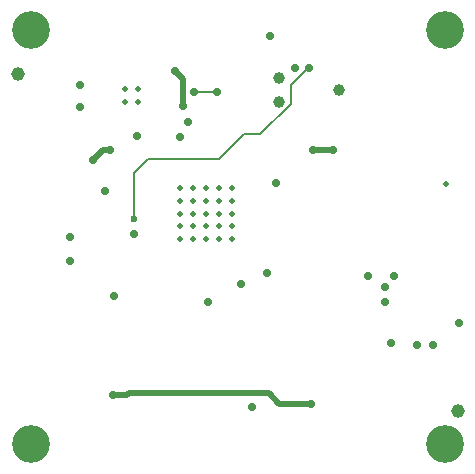
<source format=gbr>
%TF.GenerationSoftware,Altium Limited,Altium Designer,25.0.2 (28)*%
G04 Layer_Physical_Order=4*
G04 Layer_Color=16711680*
%FSLAX45Y45*%
%MOMM*%
%TF.SameCoordinates,C223F9BF-7E24-4A28-B258-71FBB46568CF*%
%TF.FilePolarity,Positive*%
%TF.FileFunction,Copper,L4,Bot,Signal*%
%TF.Part,Single*%
G01*
G75*
%TA.AperFunction,Conductor*%
%ADD11C,0.50000*%
%ADD13C,0.20000*%
%TA.AperFunction,ViaPad*%
%ADD49C,1.15200*%
%ADD50C,3.20000*%
%TA.AperFunction,ComponentPad*%
%ADD51C,0.99100*%
%TA.AperFunction,ViaPad*%
%ADD52C,0.70000*%
%ADD53C,0.50000*%
%ADD54C,0.71120*%
%ADD55C,0.60000*%
D11*
X10220000Y8654588D02*
X10290000Y8584588D01*
X10220000Y8654588D02*
Y8660000D01*
X10290000Y8360000D02*
Y8584588D01*
X11390000Y7990000D02*
X11560000D01*
X9520000Y7900000D02*
X9606173Y7986173D01*
X9666173D01*
X9670000Y7990000D01*
X9810000Y5910000D02*
X9830000Y5930000D01*
X9690000Y5910000D02*
X9810000D01*
X9830000Y5930000D02*
X11010000D01*
X11100000Y5840000D01*
X11370000D01*
D13*
X10935701Y8120000D02*
X11197000Y8381299D01*
Y8534976D01*
X11342024Y8680000D01*
X10800000Y8120000D02*
X10935701D01*
X11342024Y8680000D02*
X11350000D01*
X10590000Y7910000D02*
X10800000Y8120000D01*
X9990000Y7910000D02*
X10590000D01*
X9875000Y7795000D02*
X9990000Y7910000D01*
X9875000Y7400000D02*
Y7795000D01*
X10375000Y8475000D02*
X10575000D01*
D49*
X12610000Y5780000D02*
D03*
X8890000Y8630000D02*
D03*
D50*
X9000000Y9000000D02*
D03*
Y5500000D02*
D03*
X12500000Y9000000D02*
D03*
Y5500000D02*
D03*
D51*
X11608000Y8498400D02*
D03*
X11100000Y8600000D02*
D03*
Y8396800D02*
D03*
D52*
X10220000Y8660000D02*
D03*
X11560000Y7990000D02*
D03*
X11390000D02*
D03*
X11350000Y8680000D02*
D03*
X11230000D02*
D03*
X11020000Y8950000D02*
D03*
X9670000Y7990000D02*
D03*
X9520000Y7900000D02*
D03*
X11370000Y5840000D02*
D03*
X10870000Y5810000D02*
D03*
X12620000Y6520000D02*
D03*
X12400000Y6340000D02*
D03*
X12270000D02*
D03*
X12050000Y6350000D02*
D03*
X12000000Y6700000D02*
D03*
Y6825000D02*
D03*
X12075000Y6925000D02*
D03*
X11850000D02*
D03*
X9875000Y7275000D02*
D03*
X9625000Y7640000D02*
D03*
X9325000Y7250000D02*
D03*
Y7050000D02*
D03*
X9700000Y6750000D02*
D03*
X11000000Y6950000D02*
D03*
X10775000Y6850000D02*
D03*
X10500000Y6700000D02*
D03*
X11075000Y7712000D02*
D03*
X10325000Y8225000D02*
D03*
X10290000Y8360000D02*
D03*
X10260000Y8100000D02*
D03*
X9900000Y8110000D02*
D03*
X9410000Y8349000D02*
D03*
Y8537000D02*
D03*
X10575000Y8475000D02*
D03*
X10375000D02*
D03*
D53*
X12510000Y7700000D02*
D03*
X10697501Y7230000D02*
D03*
X10587501D02*
D03*
X10477501D02*
D03*
X10367501D02*
D03*
X10257501D02*
D03*
X10697501Y7340000D02*
D03*
X10587501D02*
D03*
X10477501D02*
D03*
X10367501D02*
D03*
X10257501D02*
D03*
X10697501Y7450000D02*
D03*
X10587501D02*
D03*
X10477501D02*
D03*
X10367501D02*
D03*
X10257501D02*
D03*
X10697501Y7560000D02*
D03*
X10587501D02*
D03*
X10477501D02*
D03*
X10367501D02*
D03*
X10257501D02*
D03*
X10697501Y7670000D02*
D03*
X10587501D02*
D03*
X10477501D02*
D03*
X10367501D02*
D03*
X10257501D02*
D03*
X9907501Y8505000D02*
D03*
Y8395000D02*
D03*
X9797501D02*
D03*
Y8505000D02*
D03*
D54*
X9690000Y5910000D02*
D03*
D55*
X9875000Y7400000D02*
D03*
%TF.MD5,93ae35a61de6a5473a8cb8b6101351bb*%
M02*

</source>
